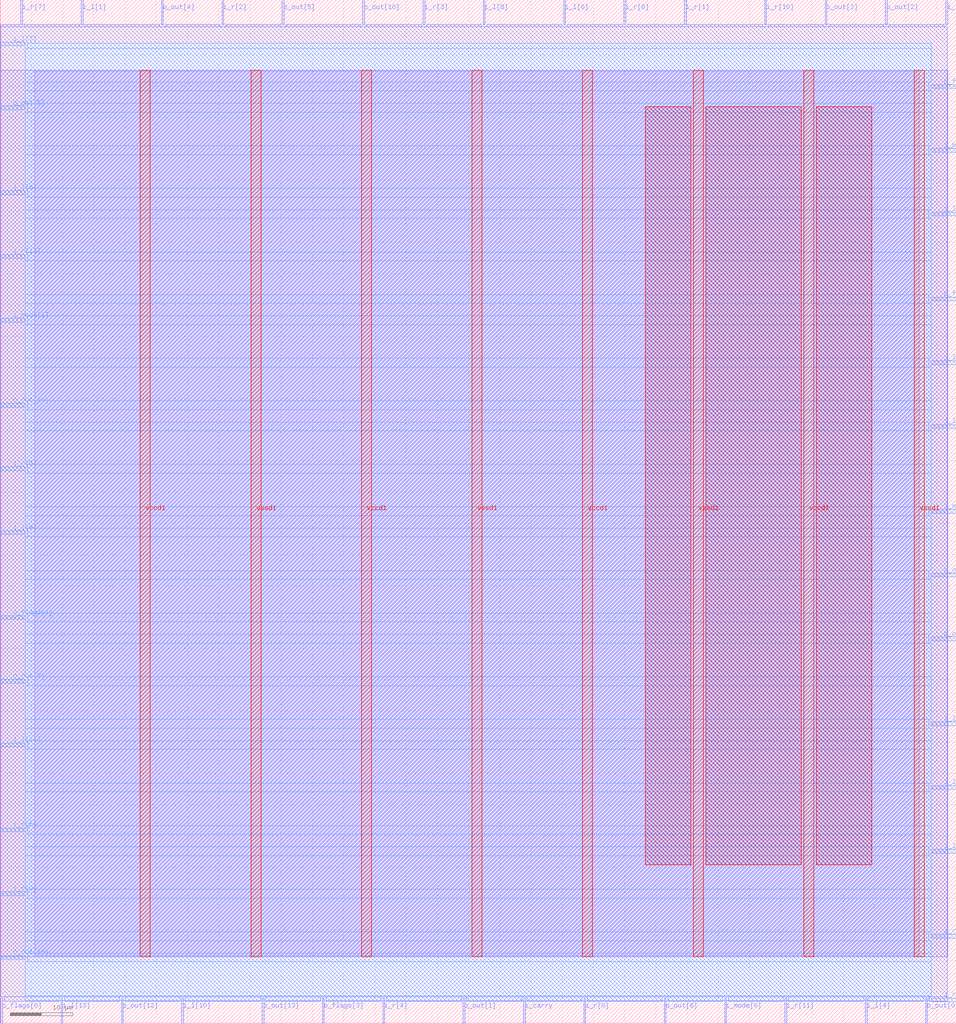
<source format=lef>
VERSION 5.7 ;
  NOWIREEXTENSIONATPIN ON ;
  DIVIDERCHAR "/" ;
  BUSBITCHARS "[]" ;
MACRO alu
  CLASS BLOCK ;
  FOREIGN alu ;
  ORIGIN 0.000 0.000 ;
  SIZE 153.105 BY 163.825 ;
  PIN i_carry
    DIRECTION INPUT ;
    USE SIGNAL ;
    PORT
      LAYER met2 ;
        RECT 83.810 0.000 84.090 4.000 ;
    END
  END i_carry
  PIN i_l[0]
    DIRECTION INPUT ;
    USE SIGNAL ;
    PORT
      LAYER met2 ;
        RECT 90.250 159.825 90.530 163.825 ;
    END
  END i_l[0]
  PIN i_l[10]
    DIRECTION INPUT ;
    USE SIGNAL ;
    PORT
      LAYER met2 ;
        RECT 29.070 0.000 29.350 4.000 ;
    END
  END i_l[10]
  PIN i_l[11]
    DIRECTION INPUT ;
    USE SIGNAL ;
    PORT
      LAYER met3 ;
        RECT 0.000 44.240 4.000 44.840 ;
    END
  END i_l[11]
  PIN i_l[12]
    DIRECTION INPUT ;
    USE SIGNAL ;
    PORT
      LAYER met3 ;
        RECT 149.105 47.640 153.105 48.240 ;
    END
  END i_l[12]
  PIN i_l[13]
    DIRECTION INPUT ;
    USE SIGNAL ;
    PORT
      LAYER met2 ;
        RECT 9.750 0.000 10.030 4.000 ;
    END
  END i_l[13]
  PIN i_l[14]
    DIRECTION INPUT ;
    USE SIGNAL ;
    PORT
      LAYER met3 ;
        RECT 149.105 37.440 153.105 38.040 ;
    END
  END i_l[14]
  PIN i_l[15]
    DIRECTION INPUT ;
    USE SIGNAL ;
    PORT
      LAYER met3 ;
        RECT 149.105 129.240 153.105 129.840 ;
    END
  END i_l[15]
  PIN i_l[1]
    DIRECTION INPUT ;
    USE SIGNAL ;
    PORT
      LAYER met2 ;
        RECT 12.970 159.825 13.250 163.825 ;
    END
  END i_l[1]
  PIN i_l[2]
    DIRECTION INPUT ;
    USE SIGNAL ;
    PORT
      LAYER met3 ;
        RECT 149.105 27.240 153.105 27.840 ;
    END
  END i_l[2]
  PIN i_l[3]
    DIRECTION INPUT ;
    USE SIGNAL ;
    PORT
      LAYER met3 ;
        RECT 149.105 105.440 153.105 106.040 ;
    END
  END i_l[3]
  PIN i_l[4]
    DIRECTION INPUT ;
    USE SIGNAL ;
    PORT
      LAYER met2 ;
        RECT 138.550 0.000 138.830 4.000 ;
    END
  END i_l[4]
  PIN i_l[5]
    DIRECTION INPUT ;
    USE SIGNAL ;
    PORT
      LAYER met3 ;
        RECT 149.105 95.240 153.105 95.840 ;
    END
  END i_l[5]
  PIN i_l[6]
    DIRECTION INPUT ;
    USE SIGNAL ;
    PORT
      LAYER met3 ;
        RECT 0.000 132.640 4.000 133.240 ;
    END
  END i_l[6]
  PIN i_l[7]
    DIRECTION INPUT ;
    USE SIGNAL ;
    PORT
      LAYER met3 ;
        RECT 0.000 156.440 4.000 157.040 ;
    END
  END i_l[7]
  PIN i_l[8]
    DIRECTION INPUT ;
    USE SIGNAL ;
    PORT
      LAYER met2 ;
        RECT 77.370 159.825 77.650 163.825 ;
    END
  END i_l[8]
  PIN i_l[9]
    DIRECTION INPUT ;
    USE SIGNAL ;
    PORT
      LAYER met3 ;
        RECT 0.000 78.240 4.000 78.840 ;
    END
  END i_l[9]
  PIN i_mode[0]
    DIRECTION INPUT ;
    USE SIGNAL ;
    PORT
      LAYER met2 ;
        RECT 116.010 0.000 116.290 4.000 ;
    END
  END i_mode[0]
  PIN i_mode[1]
    DIRECTION INPUT ;
    USE SIGNAL ;
    PORT
      LAYER met3 ;
        RECT 0.000 112.240 4.000 112.840 ;
    END
  END i_mode[1]
  PIN i_mode[2]
    DIRECTION INPUT ;
    USE SIGNAL ;
    PORT
      LAYER met3 ;
        RECT 149.105 139.440 153.105 140.040 ;
    END
  END i_mode[2]
  PIN i_mode[3]
    DIRECTION INPUT ;
    USE SIGNAL ;
    PORT
      LAYER met3 ;
        RECT 149.105 81.640 153.105 82.240 ;
    END
  END i_mode[3]
  PIN i_r[0]
    DIRECTION INPUT ;
    USE SIGNAL ;
    PORT
      LAYER met2 ;
        RECT 93.470 0.000 93.750 4.000 ;
    END
  END i_r[0]
  PIN i_r[10]
    DIRECTION INPUT ;
    USE SIGNAL ;
    PORT
      LAYER met2 ;
        RECT 122.450 159.825 122.730 163.825 ;
    END
  END i_r[10]
  PIN i_r[11]
    DIRECTION INPUT ;
    USE SIGNAL ;
    PORT
      LAYER met2 ;
        RECT 125.670 0.000 125.950 4.000 ;
    END
  END i_r[11]
  PIN i_r[12]
    DIRECTION INPUT ;
    USE SIGNAL ;
    PORT
      LAYER met3 ;
        RECT 149.105 3.440 153.105 4.040 ;
    END
  END i_r[12]
  PIN i_r[13]
    DIRECTION INPUT ;
    USE SIGNAL ;
    PORT
      LAYER met3 ;
        RECT 0.000 122.440 4.000 123.040 ;
    END
  END i_r[13]
  PIN i_r[14]
    DIRECTION INPUT ;
    USE SIGNAL ;
    PORT
      LAYER met3 ;
        RECT 149.105 13.640 153.105 14.240 ;
    END
  END i_r[14]
  PIN i_r[15]
    DIRECTION INPUT ;
    USE SIGNAL ;
    PORT
      LAYER met2 ;
        RECT 151.430 159.825 151.710 163.825 ;
    END
  END i_r[15]
  PIN i_r[1]
    DIRECTION INPUT ;
    USE SIGNAL ;
    PORT
      LAYER met2 ;
        RECT 109.570 159.825 109.850 163.825 ;
    END
  END i_r[1]
  PIN i_r[2]
    DIRECTION INPUT ;
    USE SIGNAL ;
    PORT
      LAYER met2 ;
        RECT 35.510 159.825 35.790 163.825 ;
    END
  END i_r[2]
  PIN i_r[3]
    DIRECTION INPUT ;
    USE SIGNAL ;
    PORT
      LAYER met2 ;
        RECT 67.710 159.825 67.990 163.825 ;
    END
  END i_r[3]
  PIN i_r[4]
    DIRECTION INPUT ;
    USE SIGNAL ;
    PORT
      LAYER met2 ;
        RECT 61.270 0.000 61.550 4.000 ;
    END
  END i_r[4]
  PIN i_r[5]
    DIRECTION INPUT ;
    USE SIGNAL ;
    PORT
      LAYER met3 ;
        RECT 0.000 88.440 4.000 89.040 ;
    END
  END i_r[5]
  PIN i_r[6]
    DIRECTION INPUT ;
    USE SIGNAL ;
    PORT
      LAYER met3 ;
        RECT 0.000 30.640 4.000 31.240 ;
    END
  END i_r[6]
  PIN i_r[7]
    DIRECTION INPUT ;
    USE SIGNAL ;
    PORT
      LAYER met2 ;
        RECT 3.310 159.825 3.590 163.825 ;
    END
  END i_r[7]
  PIN i_r[8]
    DIRECTION INPUT ;
    USE SIGNAL ;
    PORT
      LAYER met2 ;
        RECT 99.910 159.825 100.190 163.825 ;
    END
  END i_r[8]
  PIN i_r[9]
    DIRECTION INPUT ;
    USE SIGNAL ;
    PORT
      LAYER met3 ;
        RECT 0.000 20.440 4.000 21.040 ;
    END
  END i_r[9]
  PIN o_flags[0]
    DIRECTION OUTPUT TRISTATE ;
    USE SIGNAL ;
    PORT
      LAYER met2 ;
        RECT 0.090 0.000 0.370 4.000 ;
    END
  END o_flags[0]
  PIN o_flags[1]
    DIRECTION OUTPUT TRISTATE ;
    USE SIGNAL ;
    PORT
      LAYER met3 ;
        RECT 0.000 64.640 4.000 65.240 ;
    END
  END o_flags[1]
  PIN o_flags[2]
    DIRECTION OUTPUT TRISTATE ;
    USE SIGNAL ;
    PORT
      LAYER met3 ;
        RECT 149.105 149.640 153.105 150.240 ;
    END
  END o_flags[2]
  PIN o_flags[3]
    DIRECTION OUTPUT TRISTATE ;
    USE SIGNAL ;
    PORT
      LAYER met2 ;
        RECT 51.610 0.000 51.890 4.000 ;
    END
  END o_flags[3]
  PIN o_flags[4]
    DIRECTION OUTPUT TRISTATE ;
    USE SIGNAL ;
    PORT
      LAYER met3 ;
        RECT 149.105 115.640 153.105 116.240 ;
    END
  END o_flags[4]
  PIN o_out[0]
    DIRECTION OUTPUT TRISTATE ;
    USE SIGNAL ;
    PORT
      LAYER met2 ;
        RECT 148.210 0.000 148.490 4.000 ;
    END
  END o_out[0]
  PIN o_out[10]
    DIRECTION OUTPUT TRISTATE ;
    USE SIGNAL ;
    PORT
      LAYER met2 ;
        RECT 58.050 159.825 58.330 163.825 ;
    END
  END o_out[10]
  PIN o_out[11]
    DIRECTION OUTPUT TRISTATE ;
    USE SIGNAL ;
    PORT
      LAYER met3 ;
        RECT 149.105 61.240 153.105 61.840 ;
    END
  END o_out[11]
  PIN o_out[12]
    DIRECTION OUTPUT TRISTATE ;
    USE SIGNAL ;
    PORT
      LAYER met2 ;
        RECT 19.410 0.000 19.690 4.000 ;
    END
  END o_out[12]
  PIN o_out[13]
    DIRECTION OUTPUT TRISTATE ;
    USE SIGNAL ;
    PORT
      LAYER met2 ;
        RECT 41.950 0.000 42.230 4.000 ;
    END
  END o_out[13]
  PIN o_out[14]
    DIRECTION OUTPUT TRISTATE ;
    USE SIGNAL ;
    PORT
      LAYER met3 ;
        RECT 0.000 98.640 4.000 99.240 ;
    END
  END o_out[14]
  PIN o_out[15]
    DIRECTION OUTPUT TRISTATE ;
    USE SIGNAL ;
    PORT
      LAYER met3 ;
        RECT 0.000 10.240 4.000 10.840 ;
    END
  END o_out[15]
  PIN o_out[1]
    DIRECTION OUTPUT TRISTATE ;
    USE SIGNAL ;
    PORT
      LAYER met2 ;
        RECT 74.150 0.000 74.430 4.000 ;
    END
  END o_out[1]
  PIN o_out[2]
    DIRECTION OUTPUT TRISTATE ;
    USE SIGNAL ;
    PORT
      LAYER met2 ;
        RECT 141.770 159.825 142.050 163.825 ;
    END
  END o_out[2]
  PIN o_out[3]
    DIRECTION OUTPUT TRISTATE ;
    USE SIGNAL ;
    PORT
      LAYER met2 ;
        RECT 132.110 159.825 132.390 163.825 ;
    END
  END o_out[3]
  PIN o_out[4]
    DIRECTION OUTPUT TRISTATE ;
    USE SIGNAL ;
    PORT
      LAYER met2 ;
        RECT 25.850 159.825 26.130 163.825 ;
    END
  END o_out[4]
  PIN o_out[5]
    DIRECTION OUTPUT TRISTATE ;
    USE SIGNAL ;
    PORT
      LAYER met2 ;
        RECT 45.170 159.825 45.450 163.825 ;
    END
  END o_out[5]
  PIN o_out[6]
    DIRECTION OUTPUT TRISTATE ;
    USE SIGNAL ;
    PORT
      LAYER met2 ;
        RECT 106.350 0.000 106.630 4.000 ;
    END
  END o_out[6]
  PIN o_out[7]
    DIRECTION OUTPUT TRISTATE ;
    USE SIGNAL ;
    PORT
      LAYER met3 ;
        RECT 0.000 54.440 4.000 55.040 ;
    END
  END o_out[7]
  PIN o_out[8]
    DIRECTION OUTPUT TRISTATE ;
    USE SIGNAL ;
    PORT
      LAYER met3 ;
        RECT 0.000 146.240 4.000 146.840 ;
    END
  END o_out[8]
  PIN o_out[9]
    DIRECTION OUTPUT TRISTATE ;
    USE SIGNAL ;
    PORT
      LAYER met3 ;
        RECT 149.105 71.440 153.105 72.040 ;
    END
  END o_out[9]
  PIN vccd1
    DIRECTION INOUT ;
    USE POWER ;
    PORT
      LAYER met4 ;
        RECT 22.430 10.640 24.030 152.560 ;
    END
    PORT
      LAYER met4 ;
        RECT 57.850 10.640 59.450 152.560 ;
    END
    PORT
      LAYER met4 ;
        RECT 93.270 10.640 94.870 152.560 ;
    END
    PORT
      LAYER met4 ;
        RECT 128.690 10.640 130.290 152.560 ;
    END
  END vccd1
  PIN vssd1
    DIRECTION INOUT ;
    USE GROUND ;
    PORT
      LAYER met4 ;
        RECT 40.140 10.640 41.740 152.560 ;
    END
    PORT
      LAYER met4 ;
        RECT 75.560 10.640 77.160 152.560 ;
    END
    PORT
      LAYER met4 ;
        RECT 110.980 10.640 112.580 152.560 ;
    END
    PORT
      LAYER met4 ;
        RECT 146.400 10.640 148.000 152.560 ;
    END
  END vssd1
  OBS
      LAYER li1 ;
        RECT 5.520 10.795 147.200 152.405 ;
      LAYER met1 ;
        RECT 0.070 10.640 151.730 152.560 ;
      LAYER met2 ;
        RECT 0.100 159.545 3.030 159.825 ;
        RECT 3.870 159.545 12.690 159.825 ;
        RECT 13.530 159.545 25.570 159.825 ;
        RECT 26.410 159.545 35.230 159.825 ;
        RECT 36.070 159.545 44.890 159.825 ;
        RECT 45.730 159.545 57.770 159.825 ;
        RECT 58.610 159.545 67.430 159.825 ;
        RECT 68.270 159.545 77.090 159.825 ;
        RECT 77.930 159.545 89.970 159.825 ;
        RECT 90.810 159.545 99.630 159.825 ;
        RECT 100.470 159.545 109.290 159.825 ;
        RECT 110.130 159.545 122.170 159.825 ;
        RECT 123.010 159.545 131.830 159.825 ;
        RECT 132.670 159.545 141.490 159.825 ;
        RECT 142.330 159.545 151.150 159.825 ;
        RECT 0.100 4.280 151.700 159.545 ;
        RECT 0.650 3.555 9.470 4.280 ;
        RECT 10.310 3.555 19.130 4.280 ;
        RECT 19.970 3.555 28.790 4.280 ;
        RECT 29.630 3.555 41.670 4.280 ;
        RECT 42.510 3.555 51.330 4.280 ;
        RECT 52.170 3.555 60.990 4.280 ;
        RECT 61.830 3.555 73.870 4.280 ;
        RECT 74.710 3.555 83.530 4.280 ;
        RECT 84.370 3.555 93.190 4.280 ;
        RECT 94.030 3.555 106.070 4.280 ;
        RECT 106.910 3.555 115.730 4.280 ;
        RECT 116.570 3.555 125.390 4.280 ;
        RECT 126.230 3.555 138.270 4.280 ;
        RECT 139.110 3.555 147.930 4.280 ;
        RECT 148.770 3.555 151.700 4.280 ;
      LAYER met3 ;
        RECT 4.400 156.040 149.105 156.905 ;
        RECT 4.000 150.640 149.105 156.040 ;
        RECT 4.000 149.240 148.705 150.640 ;
        RECT 4.000 147.240 149.105 149.240 ;
        RECT 4.400 145.840 149.105 147.240 ;
        RECT 4.000 140.440 149.105 145.840 ;
        RECT 4.000 139.040 148.705 140.440 ;
        RECT 4.000 133.640 149.105 139.040 ;
        RECT 4.400 132.240 149.105 133.640 ;
        RECT 4.000 130.240 149.105 132.240 ;
        RECT 4.000 128.840 148.705 130.240 ;
        RECT 4.000 123.440 149.105 128.840 ;
        RECT 4.400 122.040 149.105 123.440 ;
        RECT 4.000 116.640 149.105 122.040 ;
        RECT 4.000 115.240 148.705 116.640 ;
        RECT 4.000 113.240 149.105 115.240 ;
        RECT 4.400 111.840 149.105 113.240 ;
        RECT 4.000 106.440 149.105 111.840 ;
        RECT 4.000 105.040 148.705 106.440 ;
        RECT 4.000 99.640 149.105 105.040 ;
        RECT 4.400 98.240 149.105 99.640 ;
        RECT 4.000 96.240 149.105 98.240 ;
        RECT 4.000 94.840 148.705 96.240 ;
        RECT 4.000 89.440 149.105 94.840 ;
        RECT 4.400 88.040 149.105 89.440 ;
        RECT 4.000 82.640 149.105 88.040 ;
        RECT 4.000 81.240 148.705 82.640 ;
        RECT 4.000 79.240 149.105 81.240 ;
        RECT 4.400 77.840 149.105 79.240 ;
        RECT 4.000 72.440 149.105 77.840 ;
        RECT 4.000 71.040 148.705 72.440 ;
        RECT 4.000 65.640 149.105 71.040 ;
        RECT 4.400 64.240 149.105 65.640 ;
        RECT 4.000 62.240 149.105 64.240 ;
        RECT 4.000 60.840 148.705 62.240 ;
        RECT 4.000 55.440 149.105 60.840 ;
        RECT 4.400 54.040 149.105 55.440 ;
        RECT 4.000 48.640 149.105 54.040 ;
        RECT 4.000 47.240 148.705 48.640 ;
        RECT 4.000 45.240 149.105 47.240 ;
        RECT 4.400 43.840 149.105 45.240 ;
        RECT 4.000 38.440 149.105 43.840 ;
        RECT 4.000 37.040 148.705 38.440 ;
        RECT 4.000 31.640 149.105 37.040 ;
        RECT 4.400 30.240 149.105 31.640 ;
        RECT 4.000 28.240 149.105 30.240 ;
        RECT 4.000 26.840 148.705 28.240 ;
        RECT 4.000 21.440 149.105 26.840 ;
        RECT 4.400 20.040 149.105 21.440 ;
        RECT 4.000 14.640 149.105 20.040 ;
        RECT 4.000 13.240 148.705 14.640 ;
        RECT 4.000 11.240 149.105 13.240 ;
        RECT 4.400 9.840 149.105 11.240 ;
        RECT 4.000 4.440 149.105 9.840 ;
        RECT 4.000 3.575 148.705 4.440 ;
      LAYER met4 ;
        RECT 103.335 25.335 110.580 146.705 ;
        RECT 112.980 25.335 128.290 146.705 ;
        RECT 130.690 25.335 139.545 146.705 ;
  END
END alu
END LIBRARY


</source>
